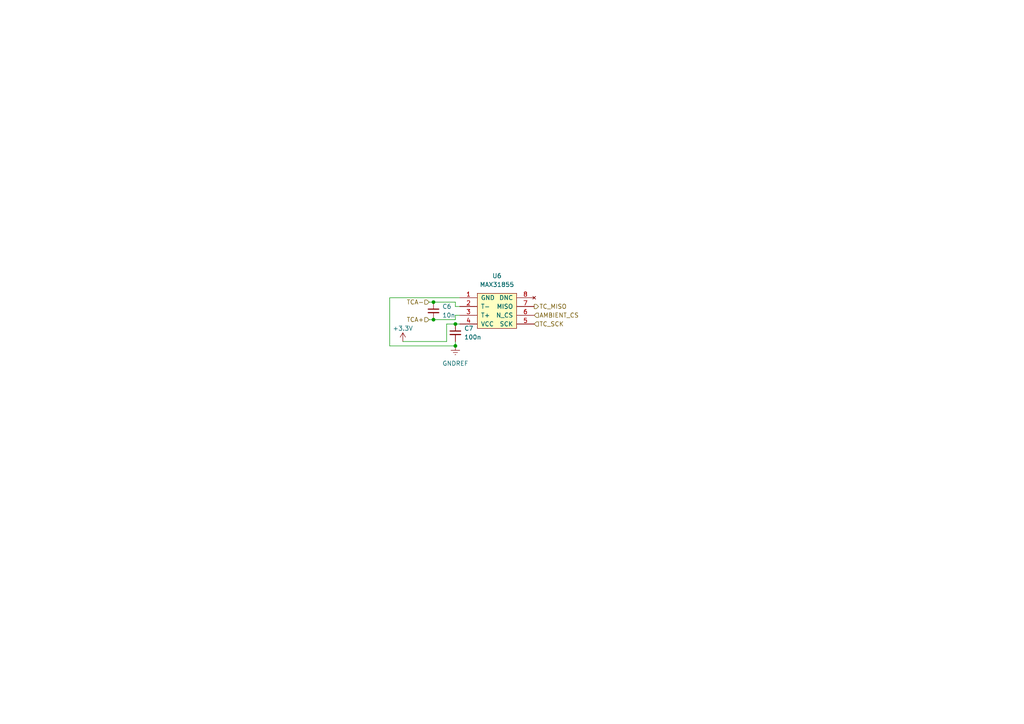
<source format=kicad_sch>
(kicad_sch (version 20250114) (generator "eeschema") (generator_version "9.0")
  (paper "A4")
  (lib_symbols
    (symbol "NYSEARCH:C_Small" (pin_numbers (hide yes)) (pin_names (offset 0.254) (hide yes))
      (property "Reference" "C" (at 0.254 1.778 0))
      (property "Value" "C_Small" (at 0.254 -2.032 0))
      (symbol "C_Small_0_1"
        (polyline (pts (xy -1.524 0.508) (xy 1.524 0.508)) (stroke (width 0.3048)))
        (polyline (pts (xy -1.524 -0.508) (xy 1.524 -0.508)) (stroke (width 0.3302)))
      )
      (symbol "C_Small_1_1"
        (pin passive line (at 0 2.54 270) (length 2.032) (name "~") (number "1"))
        (pin passive line (at 0 -2.54 90) (length 2.032) (name "~") (number "2"))
      )
    )
    (symbol "NYSEARCH:MAX31855" (pin_names (offset 1.016))
      (property "Reference" "U" (at 0 1.27 0))
      (property "Value" "MAX31855" (at 8.89 1.27 0))
      (symbol "MAX31855_0_1"
        (rectangle (start 0 -10.16) (end 11.43 0) (fill (type background)))
      )
      (symbol "MAX31855_1_1"
        (pin power_in line (at -5.08 -1.27 0) (length 5.08) (name "GND") (number "1"))
        (pin input line (at -5.08 -3.81 0) (length 5.08) (name "T-") (number "2"))
        (pin input line (at -5.08 -6.35 0) (length 5.08) (name "T+") (number "3"))
        (pin power_in line (at -5.08 -8.89 0) (length 5.08) (name "VCC") (number "4"))
        (pin no_connect line (at 16.51 -1.27 180) (length 5.08) (name "DNC") (number "8"))
        (pin input line (at 16.51 -3.81 180) (length 5.08) (name "MISO") (number "7"))
        (pin input line (at 16.51 -6.35 180) (length 5.08) (name "N_CS") (number "6"))
        (pin input line (at 16.51 -8.89 180) (length 5.08) (name "SCK") (number "5"))
      )
    )
    (symbol "power:+3.3V" (power) (pin_names (offset 0))
      (property "Value" "+3.3V" (at 0 3.556 0))
      (symbol "+3.3V_0_1"
        (polyline (pts (xy -0.762 1.27) (xy 0 2.54)))
        (polyline (pts (xy 0 2.54) (xy 0.762 1.27)))
        (polyline (pts (xy 0 0) (xy 0 2.54)))
      )
      (symbol "+3.3V_1_1"
        (pin power_in line (at 0 0 90) (length 0) (hide yes) (name "+3.3V") (number "1"))
      )
    )
    (symbol "power:GNDREF" (power) (pin_names (offset 0))
      (property "Value" "GNDREF" (at 0 -3.81 0))
      (symbol "GNDREF_0_1"
        (polyline (pts (xy -0.635 -1.905) (xy 0.635 -1.905)))
        (polyline (pts (xy -0.127 -2.54) (xy 0.127 -2.54)))
        (polyline (pts (xy 0 -1.27) (xy 0 0)))
        (polyline (pts (xy 1.27 -1.27) (xy -1.27 -1.27)))
      )
      (symbol "GNDREF_1_1"
        (pin power_in line (at 0 0 270) (length 0) (hide yes) (name "GNDREF") (number "1"))
      )
    )
  )
  (junction (at 125.73 92.71))
  (junction (at 132.08 93.98))
  (junction (at 132.08 100.33))
  (junction (at 125.73 87.63))
  (wire (pts (xy 132.08 93.98) (xy 133.35 93.98)))
  (wire (pts (xy 133.35 91.44) (xy 132.08 91.44)))
  (wire (pts (xy 132.08 91.44) (xy 132.08 92.71)))
  (wire (pts (xy 132.08 87.63) (xy 125.73 87.63)))
  (wire (pts (xy 113.03 86.36) (xy 133.35 86.36)))
  (wire (pts (xy 132.08 88.9) (xy 132.08 87.63)))
  (wire (pts (xy 132.08 92.71) (xy 125.73 92.71)))
  (wire (pts (xy 132.08 99.06) (xy 132.08 100.33)))
  (wire (pts (xy 129.54 99.06) (xy 129.54 93.98)))
  (wire (pts (xy 116.84 99.06) (xy 129.54 99.06)))
  (wire (pts (xy 129.54 93.98) (xy 132.08 93.98)))
  (wire (pts (xy 113.03 100.33) (xy 113.03 86.36)))
  (wire (pts (xy 132.08 100.33) (xy 113.03 100.33)))
  (wire (pts (xy 124.46 92.71) (xy 125.73 92.71)))
  (wire (pts (xy 133.35 88.9) (xy 132.08 88.9)))
  (wire (pts (xy 124.46 87.63) (xy 125.73 87.63)))
  (hierarchical_label "TC_SCK" (shape input) (at 154.94 93.98 0))
  (hierarchical_label "TCA+" (shape input) (at 124.46 92.71 180))
  (hierarchical_label "TCA-" (shape input) (at 124.46 87.63 180))
  (hierarchical_label "TC_MISO" (shape output) (at 154.94 88.9 0))
  (hierarchical_label "AMBIENT_CS" (shape input) (at 154.94 91.44 0))
  (symbol (lib_id "power:+3.3V") (at 116.84 99.06 0) (unit 1)
    (property "Reference" "#PWR022" (effects (hide yes)))
    (property "Value" "+3.3V" (at 116.84 95.25 0))
    (instances (project "controller-heat" (path "" (reference "#PWR017") (unit 1)) (path "" (reference "#PWR016") (unit 1))) (project "microcontroller_board" (path "" (reference "#PWR022") (unit 1))) (project "thermocouple_readout" (path "" (reference "#PWR017") (unit 1))))
  )
  (symbol (lib_id "NYSEARCH:C_Small") (at 125.73 90.17 0) (unit 1)
    (property "Reference" "C1" (at 128.27 88.9063 0) (effects (justify left)))
    (property "Value" "10n" (at 128.27 91.4463 0) (effects (justify left)))
    (property "Footprint" "NYSEARCH:C_0603_1608Metric_HandSolder" (effects (hide yes)))
    (instances (project "controller-heat" (path "" (reference "C6") (unit 1)) (path "" (reference "C6") (unit 1))) (project "microcontroller_board" (path "" (reference "C1") (unit 1))) (project "thermocouple_readout" (path "" (reference "C6") (unit 1))))
  )
  (symbol (lib_id "NYSEARCH:C_Small") (at 132.08 96.52 0) (unit 1)
    (property "Reference" "C2" (at 134.62 95.2563 0) (effects (justify left)))
    (property "Value" "100n" (at 134.62 97.7963 0) (effects (justify left)))
    (property "Footprint" "NYSEARCH:C_0603_1608Metric_HandSolder" (effects (hide yes)))
    (instances (project "controller-heat" (path "" (reference "C7") (unit 1)) (path "" (reference "C10") (unit 1))) (project "microcontroller_board" (path "" (reference "C2") (unit 1))) (project "thermocouple_readout" (path "" (reference "C7") (unit 1))))
  )
  (symbol (lib_id "NYSEARCH:MAX31855") (at 138.43 85.09 0) (unit 1)
    (property "Reference" "U2" (at 144.145 80.01 0))
    (property "Value" "MAX31855" (at 144.145 82.55 0))
    (property "Footprint" "NYSEARCH:SO-8_Maxim" (effects (hide yes)))
    (property "Datasheet" "https://datasheets.maximintegrated.com/en/ds/MAX31855.pdf" (effects (hide yes)))
    (instances (project "controller-heat" (path "" (reference "U6") (unit 1)) (path "" (reference "U6") (unit 1))) (project "microcontroller_board" (path "" (reference "U2") (unit 1))) (project "thermocouple_readout" (path "" (reference "U6") (unit 1))))
  )
  (symbol (lib_id "power:GNDREF") (at 132.08 100.33 0) (unit 1)
    (property "Reference" "#PWR023" (effects (hide yes)))
    (property "Value" "GNDREF" (at 132.08 105.41 0))
    (instances (project "controller-heat" (path "" (reference "#PWR018") (unit 1)) (path "" (reference "#PWR020") (unit 1))) (project "microcontroller_board" (path "" (reference "#PWR023") (unit 1))) (project "thermocouple_readout" (path "" (reference "#PWR018") (unit 1))))
  )
)
</source>
